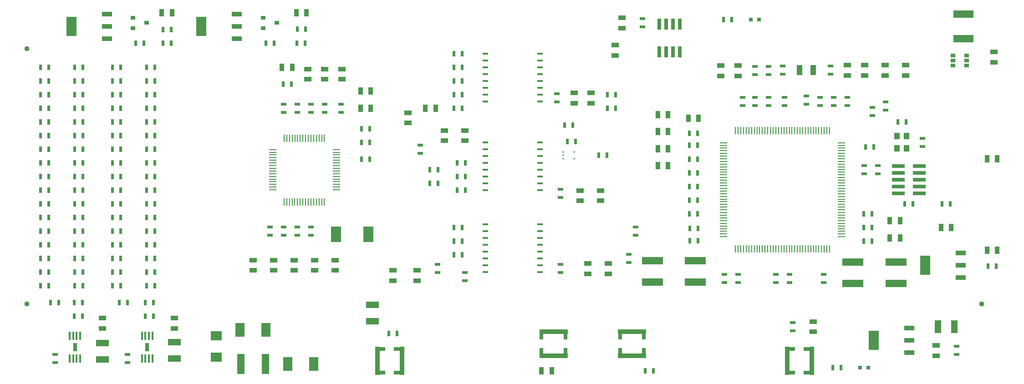
<source format=gtp>
G04 #@! TF.GenerationSoftware,KiCad,Pcbnew,(2018-02-14 revision 6afdf1cf8)-makepkg*
G04 #@! TF.CreationDate,2018-02-15T17:47:45+13:00*
G04 #@! TF.ProjectId,arduino-ads129x,61726475696E6F2D616473313239782E,rev?*
G04 #@! TF.SameCoordinates,Original*
G04 #@! TF.FileFunction,Paste,Top*
G04 #@! TF.FilePolarity,Positive*
%FSLAX46Y46*%
G04 Gerber Fmt 4.6, Leading zero omitted, Abs format (unit mm)*
G04 Created by KiCad (PCBNEW (2018-02-14 revision 6afdf1cf8)-makepkg) date 02/15/18 17:47:45*
%MOMM*%
%LPD*%
G01*
G04 APERTURE LIST*
%ADD10R,1.049020X1.249680*%
%ADD11R,5.250180X0.899160*%
%ADD12R,0.800100X1.948180*%
%ADD13R,1.092200X0.584200*%
%ADD14R,0.584200X1.092200*%
%ADD15R,1.346200X0.838200*%
%ADD16R,0.899160X5.250180*%
%ADD17R,1.948180X0.800100*%
%ADD18R,1.750060X2.649220*%
%ADD19R,0.949960X0.650240*%
%ADD20R,0.838200X1.346200*%
%ADD21R,1.981200X3.606800*%
%ADD22R,1.981200X0.965200*%
%ADD23R,0.746760X0.746760*%
%ADD24R,0.457200X0.254000*%
%ADD25R,1.219200X2.489200*%
%ADD26R,0.347980X1.549400*%
%ADD27R,0.749300X1.518920*%
%ADD28R,2.489200X1.219200*%
%ADD29R,1.092200X0.457200*%
%ADD30R,2.349500X0.708660*%
%ADD31R,3.949700X1.473200*%
%ADD32R,1.346200X3.759200*%
%ADD33R,1.049020X1.849120*%
%ADD34R,3.759200X1.346200*%
%ADD35R,1.473200X0.203200*%
%ADD36R,0.203200X1.473200*%
%ADD37R,1.948180X2.948940*%
%ADD38R,1.473200X0.198120*%
%ADD39O,1.473200X0.198120*%
%ADD40O,0.198120X1.473200*%
%ADD41C,0.949960*%
%ADD42R,0.650240X2.148840*%
%ADD43R,2.148840X1.750060*%
G04 APERTURE END LIST*
D10*
X211084160Y-76080620D03*
X211084160Y-73779380D03*
X209285840Y-73779380D03*
X209285840Y-76080620D03*
D11*
X160020000Y-110119160D03*
X160020000Y-114670840D03*
D12*
X157794960Y-110644940D03*
X162245040Y-110644940D03*
X157794960Y-114145060D03*
X162245040Y-114145060D03*
D13*
X195625720Y-99484180D03*
X195625720Y-101008180D03*
X177210720Y-99484180D03*
X177210720Y-101008180D03*
X179750720Y-99484180D03*
X179750720Y-101008180D03*
D14*
X172212000Y-78105000D03*
X170688000Y-78105000D03*
X172212000Y-83185000D03*
X170688000Y-83185000D03*
X172212000Y-80645000D03*
X170688000Y-80645000D03*
X172212000Y-85725000D03*
X170688000Y-85725000D03*
X172212000Y-88265000D03*
X170688000Y-88265000D03*
X153797000Y-77343000D03*
X155321000Y-77343000D03*
X147447000Y-71755000D03*
X148971000Y-71755000D03*
X127508000Y-78740000D03*
X129032000Y-78740000D03*
X122428000Y-80010000D03*
X123952000Y-80010000D03*
X122428000Y-82550000D03*
X123952000Y-82550000D03*
X127508000Y-81280000D03*
X129032000Y-81280000D03*
X126873000Y-95885000D03*
X128397000Y-95885000D03*
X126873000Y-93345000D03*
X128397000Y-93345000D03*
X126873000Y-60960000D03*
X128397000Y-60960000D03*
X126873000Y-63500000D03*
X128397000Y-63500000D03*
X109728000Y-78105000D03*
X111252000Y-78105000D03*
X109728000Y-74930000D03*
X111252000Y-74930000D03*
D13*
X189865000Y-109982000D03*
X189865000Y-108458000D03*
D15*
X193675000Y-110172500D03*
X193675000Y-108267500D03*
D16*
X193410840Y-115570000D03*
X188859160Y-115570000D03*
D17*
X192885060Y-113344960D03*
X192885060Y-117795040D03*
X189384940Y-113344960D03*
X189384940Y-117795040D03*
D13*
X161925000Y-51943000D03*
X161925000Y-53467000D03*
D15*
X156845000Y-58737500D03*
X156845000Y-56832500D03*
X158115000Y-51752500D03*
X158115000Y-53657500D03*
D18*
X91935300Y-109855000D03*
X87134700Y-109855000D03*
X100825300Y-116205000D03*
X96024700Y-116205000D03*
D15*
X227330000Y-60007500D03*
X227330000Y-58102500D03*
D19*
X93980000Y-52705000D03*
X91440000Y-53657500D03*
X91440000Y-51752500D03*
D14*
X97663000Y-56515000D03*
X99187000Y-56515000D03*
X99314000Y-53848000D03*
X97790000Y-53848000D03*
X93472000Y-56515000D03*
X91948000Y-56515000D03*
D20*
X97599500Y-50800000D03*
X99504500Y-50800000D03*
D21*
X79883000Y-53340000D03*
D22*
X86487000Y-53340000D03*
X86487000Y-51054000D03*
X86487000Y-55626000D03*
D21*
X55753000Y-53340000D03*
D22*
X62357000Y-53340000D03*
X62357000Y-51054000D03*
X62357000Y-55626000D03*
D20*
X72580500Y-50800000D03*
X74485500Y-50800000D03*
D14*
X69215000Y-56515000D03*
X67691000Y-56515000D03*
X74295000Y-53975000D03*
X72771000Y-53975000D03*
X72771000Y-56515000D03*
X74295000Y-56515000D03*
D19*
X69723000Y-52705000D03*
X67183000Y-53657500D03*
X67183000Y-51752500D03*
D13*
X185420000Y-62357000D03*
X185420000Y-60833000D03*
D19*
X222250000Y-58737500D03*
X222250000Y-59690000D03*
X222250000Y-60642500D03*
X219710000Y-60642500D03*
X219710000Y-59690000D03*
X219710000Y-58737500D03*
D14*
X178562000Y-52070000D03*
X177038000Y-52070000D03*
D23*
X183629300Y-52070000D03*
X182130700Y-52070000D03*
D14*
X149479000Y-74803000D03*
X147955000Y-74803000D03*
D24*
X147193000Y-76708000D03*
X147193000Y-77978000D03*
X149225000Y-76708000D03*
X147193000Y-77343000D03*
X149225000Y-77978000D03*
D25*
X216916000Y-109220000D03*
X219964000Y-109220000D03*
D15*
X216535000Y-112712500D03*
X216535000Y-114617500D03*
D21*
X204978000Y-111760000D03*
D22*
X211582000Y-111760000D03*
X211582000Y-109474000D03*
X211582000Y-114046000D03*
D14*
X109728000Y-72390000D03*
X111252000Y-72390000D03*
D20*
X111442500Y-68580000D03*
X109537500Y-68580000D03*
D13*
X105918000Y-69342000D03*
X105918000Y-67818000D03*
D20*
X111442500Y-65405000D03*
X109537500Y-65405000D03*
D26*
X70825360Y-110929420D03*
X70175120Y-110929420D03*
X69524880Y-110929420D03*
X68874640Y-110929420D03*
X68874640Y-115130580D03*
X69524880Y-115130580D03*
X70175120Y-115130580D03*
X70825360Y-115130580D03*
D27*
X69850000Y-113030000D03*
D14*
X70993000Y-104775000D03*
X69469000Y-104775000D03*
D15*
X74930000Y-107632500D03*
X74930000Y-109537500D03*
D28*
X74930000Y-115189000D03*
X74930000Y-112141000D03*
D13*
X66167000Y-115951000D03*
X66167000Y-114427000D03*
D14*
X70993000Y-107315000D03*
X69469000Y-107315000D03*
X66167000Y-104775000D03*
X64643000Y-104775000D03*
X53373020Y-104775000D03*
X51849020Y-104775000D03*
X57818020Y-107315000D03*
X56294020Y-107315000D03*
D13*
X52705000Y-115951000D03*
X52705000Y-114427000D03*
D28*
X61501020Y-115316000D03*
X61501020Y-112268000D03*
D15*
X61501020Y-107632500D03*
X61501020Y-109537500D03*
D14*
X57818020Y-104775000D03*
X56294020Y-104775000D03*
D26*
X57396380Y-110929420D03*
X56746140Y-110929420D03*
X56095900Y-110929420D03*
X55445660Y-110929420D03*
X55445660Y-115130580D03*
X56095900Y-115130580D03*
X56746140Y-115130580D03*
X57396380Y-115130580D03*
D27*
X56421020Y-113030000D03*
D13*
X120650000Y-75438000D03*
X120650000Y-76962000D03*
D15*
X155575000Y-97472500D03*
X155575000Y-99377500D03*
X151765000Y-99377500D03*
X151765000Y-97472500D03*
D13*
X146685000Y-99187000D03*
X146685000Y-97663000D03*
X159385000Y-97282000D03*
X159385000Y-95758000D03*
X160655000Y-92202000D03*
X160655000Y-90678000D03*
D14*
X126873000Y-90805000D03*
X128397000Y-90805000D03*
D13*
X123825000Y-99187000D03*
X123825000Y-97663000D03*
X128905000Y-99187000D03*
X128905000Y-100711000D03*
D15*
X120015000Y-100647500D03*
X120015000Y-98742500D03*
X115570000Y-100647500D03*
X115570000Y-98742500D03*
X125095000Y-74612500D03*
X125095000Y-72707500D03*
X128905000Y-74612500D03*
X128905000Y-72707500D03*
D14*
X129032000Y-83820000D03*
X127508000Y-83820000D03*
D13*
X146685000Y-83693000D03*
X146685000Y-85217000D03*
D15*
X150368000Y-83883500D03*
X150368000Y-85788500D03*
X154178000Y-83883500D03*
X154178000Y-85788500D03*
X152400000Y-65722500D03*
X152400000Y-67627500D03*
X149225000Y-67627500D03*
X149225000Y-65722500D03*
D13*
X146050000Y-67437000D03*
X146050000Y-65913000D03*
D14*
X155448000Y-66040000D03*
X156972000Y-66040000D03*
X155448000Y-68580000D03*
X156972000Y-68580000D03*
X126873000Y-58420000D03*
X128397000Y-58420000D03*
X126873000Y-66040000D03*
X128397000Y-66040000D03*
X128397000Y-68580000D03*
X126873000Y-68580000D03*
D20*
X123507500Y-68580000D03*
X121602500Y-68580000D03*
D15*
X118364000Y-71310500D03*
X118364000Y-69405500D03*
D29*
X142875000Y-99060000D03*
X142875000Y-97790000D03*
X142875000Y-96520000D03*
X142875000Y-95250000D03*
X142875000Y-93980000D03*
X142875000Y-92710000D03*
X142875000Y-91440000D03*
X142875000Y-90170000D03*
X132715000Y-90170000D03*
X132715000Y-91440000D03*
X132715000Y-92710000D03*
X132715000Y-93980000D03*
X132715000Y-95250000D03*
X132715000Y-96520000D03*
X132715000Y-97790000D03*
X132715000Y-99060000D03*
X142875000Y-67310000D03*
X142875000Y-66040000D03*
X142875000Y-64770000D03*
X142875000Y-63500000D03*
X142875000Y-62230000D03*
X142875000Y-60960000D03*
X142875000Y-59690000D03*
X142875000Y-58420000D03*
X132715000Y-58420000D03*
X132715000Y-59690000D03*
X132715000Y-60960000D03*
X132715000Y-62230000D03*
X132715000Y-63500000D03*
X132715000Y-64770000D03*
X132715000Y-66040000D03*
X132715000Y-67310000D03*
X142875000Y-83820000D03*
X142875000Y-82550000D03*
X142875000Y-81280000D03*
X142875000Y-80010000D03*
X142875000Y-78740000D03*
X142875000Y-77470000D03*
X142875000Y-76200000D03*
X142875000Y-74930000D03*
X132715000Y-74930000D03*
X132715000Y-76200000D03*
X132715000Y-77470000D03*
X132715000Y-78740000D03*
X132715000Y-80010000D03*
X132715000Y-81280000D03*
X132715000Y-82550000D03*
X132715000Y-83820000D03*
D14*
X217678000Y-86360000D03*
X219202000Y-86360000D03*
D13*
X203200000Y-80772000D03*
X203200000Y-79248000D03*
X205740000Y-80772000D03*
X205740000Y-79248000D03*
D14*
X212217000Y-86360000D03*
X210693000Y-86360000D03*
D30*
X213405720Y-84455000D03*
X209504280Y-84455000D03*
X213405720Y-83185000D03*
X209504280Y-83185000D03*
X213405720Y-81915000D03*
X209504280Y-81915000D03*
X213405720Y-80645000D03*
X209504280Y-80645000D03*
X213405720Y-79375000D03*
X209504280Y-79375000D03*
D14*
X203073000Y-93345000D03*
X204597000Y-93345000D03*
D31*
X209105500Y-101185980D03*
X209105500Y-97188020D03*
X201104500Y-101185980D03*
X201104500Y-97188020D03*
D14*
X198882000Y-116840000D03*
X197358000Y-116840000D03*
D23*
X203949300Y-116840000D03*
X202450700Y-116840000D03*
D32*
X87249000Y-116205000D03*
X91821000Y-116205000D03*
D13*
X200025000Y-68072000D03*
X200025000Y-66548000D03*
X197485000Y-68072000D03*
X197485000Y-66548000D03*
X207137000Y-67437000D03*
X207137000Y-68961000D03*
X204724000Y-68453000D03*
X204724000Y-69977000D03*
D33*
X193700400Y-61511180D03*
X191201040Y-61511180D03*
D13*
X196895720Y-62273180D03*
X196895720Y-60749180D03*
X188005720Y-62273180D03*
X188005720Y-60749180D03*
D14*
X209423000Y-71120000D03*
X210947000Y-71120000D03*
D13*
X213995000Y-75692000D03*
X213995000Y-74168000D03*
D20*
X166733220Y-79291180D03*
X164828220Y-79291180D03*
D14*
X172212000Y-75438000D03*
X170688000Y-75438000D03*
D20*
X164828220Y-76116180D03*
X166733220Y-76116180D03*
X226047300Y-78000860D03*
X227952300Y-78000860D03*
D16*
X117210840Y-115570000D03*
X112659160Y-115570000D03*
D17*
X116685060Y-113344960D03*
X116685060Y-117795040D03*
X113184940Y-113344960D03*
X113184940Y-117795040D03*
D11*
X145415000Y-114670840D03*
X145415000Y-110119160D03*
D12*
X147640040Y-114145060D03*
X143189960Y-114145060D03*
X147640040Y-110644940D03*
X143189960Y-110644940D03*
D20*
X145097500Y-117475000D03*
X143192500Y-117475000D03*
D28*
X111760000Y-108204000D03*
X111760000Y-105156000D03*
D14*
X114808000Y-110490000D03*
X116332000Y-110490000D03*
X162433000Y-117475000D03*
X163957000Y-117475000D03*
D34*
X221615000Y-51054000D03*
X221615000Y-55626000D03*
D15*
X203245720Y-62463680D03*
X203245720Y-60558680D03*
D20*
X207962500Y-89535000D03*
X209867500Y-89535000D03*
D14*
X203454000Y-75819000D03*
X204978000Y-75819000D03*
D20*
X209867500Y-92710000D03*
X207962500Y-92710000D03*
D13*
X192405000Y-67818000D03*
X192405000Y-66294000D03*
X186735720Y-99484180D03*
X186735720Y-101008180D03*
X185420000Y-68072000D03*
X185420000Y-66548000D03*
D14*
X172257720Y-90975180D03*
X170733720Y-90975180D03*
D13*
X182880000Y-68072000D03*
X182880000Y-66548000D03*
D20*
X172402500Y-70485000D03*
X170497500Y-70485000D03*
D14*
X203073000Y-90805000D03*
X204597000Y-90805000D03*
D20*
X164828220Y-69766180D03*
X166733220Y-69766180D03*
D14*
X172212000Y-73279000D03*
X170688000Y-73279000D03*
D20*
X166733220Y-72941180D03*
X164828220Y-72941180D03*
D15*
X207055720Y-62463680D03*
X207055720Y-60558680D03*
D13*
X194945000Y-68072000D03*
X194945000Y-66548000D03*
D15*
X210865720Y-60558680D03*
X210865720Y-62463680D03*
X200070720Y-60558680D03*
X200070720Y-62463680D03*
X176530000Y-60642500D03*
X176530000Y-62547500D03*
D13*
X180594000Y-68072000D03*
X180594000Y-66548000D03*
X189275720Y-99484180D03*
X189275720Y-101008180D03*
D14*
X203073000Y-88265000D03*
X204597000Y-88265000D03*
D13*
X188341000Y-68072000D03*
X188341000Y-66548000D03*
D14*
X172257720Y-93261180D03*
X170733720Y-93261180D03*
D13*
X182880000Y-62357000D03*
X182880000Y-60833000D03*
D15*
X179705000Y-62547500D03*
X179705000Y-60642500D03*
D35*
X198991220Y-92486480D03*
X198991220Y-91978480D03*
X198991220Y-91483180D03*
X198991220Y-90987880D03*
X198991220Y-90479880D03*
X198991220Y-89984580D03*
X198991220Y-89489280D03*
X198991220Y-88981280D03*
X198991220Y-88485980D03*
X198991220Y-87990680D03*
X198991220Y-87482680D03*
X198991220Y-86987380D03*
X198991220Y-86492080D03*
X198991220Y-85984080D03*
X198991220Y-85488780D03*
X198991220Y-84993480D03*
X198991220Y-84485480D03*
X198991220Y-83990180D03*
X198991220Y-83482180D03*
X198991220Y-82986880D03*
X198991220Y-82478880D03*
X198991220Y-81983580D03*
X198991220Y-81488280D03*
X198991220Y-80980280D03*
X198991220Y-80484980D03*
X198991220Y-79989680D03*
X198991220Y-79481680D03*
X198991220Y-78986380D03*
X198991220Y-78491080D03*
X198991220Y-77983080D03*
X198991220Y-77487780D03*
X198991220Y-76992480D03*
X198991220Y-76484480D03*
X198991220Y-75989180D03*
X198991220Y-75493880D03*
X198991220Y-74985880D03*
D36*
X182252620Y-72750680D03*
X181757320Y-72750680D03*
X181262020Y-72750680D03*
X180754020Y-72750680D03*
X180258720Y-72750680D03*
X179763420Y-72750680D03*
X179255420Y-72750680D03*
X181757320Y-94721680D03*
X182252620Y-94721680D03*
X182760620Y-94721680D03*
X183255920Y-94721680D03*
X183751220Y-94721680D03*
X184259220Y-94721680D03*
X184754520Y-94721680D03*
X185249820Y-94721680D03*
X185757820Y-94721680D03*
X186253120Y-94721680D03*
X186748420Y-94721680D03*
X187256420Y-94721680D03*
X187751720Y-94721680D03*
X188259720Y-94721680D03*
X188755020Y-94721680D03*
X189263020Y-94721680D03*
X189758320Y-94721680D03*
X190253620Y-94721680D03*
X190761620Y-94721680D03*
X191256920Y-94721680D03*
X191752220Y-94721680D03*
X192260220Y-94721680D03*
X192755520Y-94721680D03*
X193250820Y-94721680D03*
X193758820Y-94721680D03*
X194254120Y-94721680D03*
X194749420Y-94721680D03*
X195257420Y-94721680D03*
X195752720Y-94721680D03*
X196248020Y-94721680D03*
X196756020Y-94721680D03*
X196756020Y-72750680D03*
X196248020Y-72750680D03*
X195752720Y-72750680D03*
X195257420Y-72750680D03*
X194749420Y-72750680D03*
X194254120Y-72750680D03*
X193758820Y-72750680D03*
X193250820Y-72750680D03*
X192755520Y-72750680D03*
X192260220Y-72750680D03*
X191752220Y-72750680D03*
X191256920Y-72750680D03*
X190761620Y-72750680D03*
X190253620Y-72750680D03*
X189758320Y-72750680D03*
X189263020Y-72750680D03*
X188755020Y-72750680D03*
X188259720Y-72750680D03*
X187751720Y-72750680D03*
X187256420Y-72750680D03*
X186748420Y-72750680D03*
X186253120Y-72750680D03*
X185757820Y-72750680D03*
X185249820Y-72750680D03*
X184754520Y-72750680D03*
X184259220Y-72750680D03*
X183751220Y-72750680D03*
X183255920Y-72750680D03*
X182760620Y-72750680D03*
D35*
X177020220Y-77487780D03*
X177020220Y-77983080D03*
X177020220Y-78491080D03*
X177020220Y-78986380D03*
X177020220Y-79481680D03*
X177020220Y-79989680D03*
X177020220Y-80484980D03*
X177020220Y-80980280D03*
X177020220Y-81488280D03*
X177020220Y-81983580D03*
X177020220Y-82478880D03*
X177020220Y-82986880D03*
X177020220Y-83482180D03*
X177020220Y-83990180D03*
X177020220Y-84485480D03*
X177020220Y-84993480D03*
X177020220Y-85488780D03*
X177020220Y-85984080D03*
X177020220Y-86492080D03*
X177020220Y-86987380D03*
X177020220Y-87482680D03*
X177020220Y-87990680D03*
X177020220Y-88485980D03*
X177020220Y-88981280D03*
X177020220Y-89489280D03*
X177020220Y-89984580D03*
X177020220Y-90479880D03*
X177020220Y-90987880D03*
X177020220Y-91483180D03*
X177020220Y-91978480D03*
X177020220Y-92486480D03*
X177020220Y-74985880D03*
X177020220Y-75493880D03*
X177020220Y-75989180D03*
X177020220Y-76484480D03*
X177020220Y-76992480D03*
D36*
X179255420Y-94721680D03*
X179763420Y-94721680D03*
X180258720Y-94721680D03*
X180754020Y-94721680D03*
X181262020Y-94721680D03*
D15*
X89535000Y-96837500D03*
X89535000Y-98742500D03*
X102870000Y-63182500D03*
X102870000Y-61277500D03*
D13*
X102870000Y-69342000D03*
X102870000Y-67818000D03*
D15*
X106045000Y-63182500D03*
X106045000Y-61277500D03*
D14*
X95123000Y-64135000D03*
X96647000Y-64135000D03*
D20*
X94932500Y-60960000D03*
X96837500Y-60960000D03*
D15*
X100965000Y-96837500D03*
X100965000Y-98742500D03*
D13*
X100330000Y-67818000D03*
X100330000Y-69342000D03*
D15*
X99695000Y-61277500D03*
X99695000Y-63182500D03*
X104775000Y-96837500D03*
X104775000Y-98742500D03*
D37*
X104950260Y-92075000D03*
X110949740Y-92075000D03*
D15*
X97155000Y-98742500D03*
X97155000Y-96837500D03*
D13*
X100330000Y-92202000D03*
X100330000Y-90678000D03*
X97790000Y-90678000D03*
X97790000Y-92202000D03*
X92710000Y-90678000D03*
X92710000Y-92202000D03*
X95250000Y-90678000D03*
X95250000Y-92202000D03*
X97790000Y-69342000D03*
X97790000Y-67818000D03*
D15*
X93345000Y-96837500D03*
X93345000Y-98742500D03*
D13*
X95250000Y-69342000D03*
X95250000Y-67818000D03*
D14*
X69723000Y-88900000D03*
X71247000Y-88900000D03*
X56388000Y-88900000D03*
X57912000Y-88900000D03*
X63373000Y-88900000D03*
X64897000Y-88900000D03*
X50038000Y-88900000D03*
X51562000Y-88900000D03*
X50038000Y-86360000D03*
X51562000Y-86360000D03*
X63373000Y-86360000D03*
X64897000Y-86360000D03*
X56388000Y-86360000D03*
X57912000Y-86360000D03*
X69723000Y-86360000D03*
X71247000Y-86360000D03*
X69723000Y-81280000D03*
X71247000Y-81280000D03*
X56388000Y-81280000D03*
X57912000Y-81280000D03*
X63373000Y-81280000D03*
X64897000Y-81280000D03*
X50038000Y-81280000D03*
X51562000Y-81280000D03*
X50038000Y-83820000D03*
X51562000Y-83820000D03*
X63373000Y-83820000D03*
X64897000Y-83820000D03*
X56388000Y-83820000D03*
X57912000Y-83820000D03*
X69723000Y-83820000D03*
X71247000Y-83820000D03*
X69723000Y-93980000D03*
X71247000Y-93980000D03*
X56388000Y-93980000D03*
X57912000Y-93980000D03*
X63373000Y-93980000D03*
X64897000Y-93980000D03*
X50038000Y-93980000D03*
X51562000Y-93980000D03*
X50038000Y-91440000D03*
X51562000Y-91440000D03*
X63373000Y-91440000D03*
X64897000Y-91440000D03*
X56388000Y-91440000D03*
X57912000Y-91440000D03*
X69723000Y-91440000D03*
X71247000Y-91440000D03*
X69723000Y-96520000D03*
X71247000Y-96520000D03*
X56388000Y-96520000D03*
X57912000Y-96520000D03*
X63373000Y-96520000D03*
X64897000Y-96520000D03*
X50038000Y-96520000D03*
X51562000Y-96520000D03*
X50038000Y-99060000D03*
X51562000Y-99060000D03*
X63373000Y-99060000D03*
X64897000Y-99060000D03*
X56388000Y-99060000D03*
X57912000Y-99060000D03*
X69723000Y-99060000D03*
X71247000Y-99060000D03*
X69723000Y-78740000D03*
X71247000Y-78740000D03*
X56388000Y-78740000D03*
X57912000Y-78740000D03*
X63373000Y-78740000D03*
X64897000Y-78740000D03*
X50038000Y-78740000D03*
X51562000Y-78740000D03*
X50038000Y-76200000D03*
X51562000Y-76200000D03*
X63373000Y-76200000D03*
X64897000Y-76200000D03*
X56388000Y-76200000D03*
X57912000Y-76200000D03*
X69723000Y-76200000D03*
X71247000Y-76200000D03*
X69723000Y-71120000D03*
X71247000Y-71120000D03*
X56388000Y-71120000D03*
X57912000Y-71120000D03*
X63373000Y-71120000D03*
X64897000Y-71120000D03*
X50038000Y-71120000D03*
X51562000Y-71120000D03*
X50038000Y-73660000D03*
X51562000Y-73660000D03*
X63373000Y-73660000D03*
X64897000Y-73660000D03*
X56388000Y-73660000D03*
X57912000Y-73660000D03*
X69723000Y-73660000D03*
X71247000Y-73660000D03*
X69723000Y-63500000D03*
X71247000Y-63500000D03*
X56388000Y-63500000D03*
X57912000Y-63500000D03*
X63373000Y-63500000D03*
X64897000Y-63500000D03*
X50038000Y-63500000D03*
X51562000Y-63500000D03*
X50038000Y-60960000D03*
X51562000Y-60960000D03*
X63373000Y-60960000D03*
X64897000Y-60960000D03*
X56388000Y-60960000D03*
X57912000Y-60960000D03*
X69723000Y-60960000D03*
X71247000Y-60960000D03*
X69723000Y-66040000D03*
X71247000Y-66040000D03*
X56388000Y-66040000D03*
X57912000Y-66040000D03*
X63373000Y-66040000D03*
X64897000Y-66040000D03*
X50038000Y-66040000D03*
X51562000Y-66040000D03*
X50038000Y-68580000D03*
X51562000Y-68580000D03*
X63373000Y-68580000D03*
X64897000Y-68580000D03*
X56388000Y-68580000D03*
X57912000Y-68580000D03*
X69723000Y-68580000D03*
X71247000Y-68580000D03*
D38*
X93190060Y-76260960D03*
D39*
X93190060Y-76761340D03*
X93190060Y-77261720D03*
X93190060Y-77762100D03*
X93190060Y-78262480D03*
X93190060Y-78760320D03*
X93190060Y-79260700D03*
X93190060Y-79761080D03*
X93190060Y-80261460D03*
X93190060Y-80761840D03*
X93190060Y-81262220D03*
X93190060Y-81760060D03*
X93190060Y-82260440D03*
X93190060Y-82760820D03*
X93190060Y-83261200D03*
X93190060Y-83761580D03*
D40*
X95310960Y-86042500D03*
X95811340Y-86042500D03*
X96311720Y-86042500D03*
X96812100Y-86042500D03*
X97312480Y-86042500D03*
X97810320Y-86042500D03*
X98310700Y-86042500D03*
X98811080Y-86042500D03*
X99311460Y-86042500D03*
X99811840Y-86042500D03*
X100312220Y-86042500D03*
X100810060Y-86042500D03*
X101310440Y-86042500D03*
X101810820Y-86042500D03*
X102311200Y-86042500D03*
X102811580Y-86042500D03*
D39*
X105092500Y-83761580D03*
X105092500Y-83261200D03*
X105092500Y-82760820D03*
X105092500Y-82260440D03*
X105092500Y-81760060D03*
X105092500Y-81262220D03*
X105092500Y-80761840D03*
X105092500Y-80261460D03*
X105092500Y-79761080D03*
X105092500Y-79260700D03*
X105092500Y-78760320D03*
X105092500Y-78262480D03*
X105092500Y-77762100D03*
X105092500Y-77261720D03*
X105092500Y-76761340D03*
X105092500Y-76260960D03*
D40*
X102811580Y-74140060D03*
X102311200Y-74140060D03*
X101310440Y-74140060D03*
X101810820Y-74122280D03*
X100810060Y-74140060D03*
X100312220Y-74140060D03*
X99811840Y-74140060D03*
X99311460Y-74140060D03*
X98811080Y-74140060D03*
X98310700Y-74140060D03*
X97817940Y-74140060D03*
X97317560Y-74140060D03*
X96817180Y-74140060D03*
X96316800Y-74140060D03*
X95818960Y-74140060D03*
X95318580Y-74140060D03*
D21*
X214503000Y-97790000D03*
D22*
X221107000Y-97790000D03*
X221107000Y-95504000D03*
X221107000Y-100076000D03*
D20*
X226047300Y-95001080D03*
X227952300Y-95001080D03*
X219392500Y-90805000D03*
X217487500Y-90805000D03*
D14*
X226237800Y-98000820D03*
X227761800Y-98000820D03*
D13*
X220345000Y-112903000D03*
X220345000Y-114427000D03*
D14*
X56388000Y-101600000D03*
X57912000Y-101600000D03*
X69723000Y-101600000D03*
X71247000Y-101600000D03*
X50038000Y-101600000D03*
X51562000Y-101600000D03*
X63373000Y-101600000D03*
X64897000Y-101600000D03*
D41*
X225000820Y-105001060D03*
X47500540Y-105001060D03*
X47500540Y-57500520D03*
D42*
X165100000Y-58099960D03*
X166370000Y-58099960D03*
X167640000Y-58099960D03*
X168910000Y-58099960D03*
X168910000Y-52898040D03*
X167640000Y-52898040D03*
X166370000Y-52898040D03*
X165100000Y-52898040D03*
D31*
X171813220Y-100914200D03*
X171813220Y-96916240D03*
X163812220Y-100914200D03*
X163812220Y-96916240D03*
D43*
X82677000Y-114909600D03*
X82677000Y-110896400D03*
M02*

</source>
